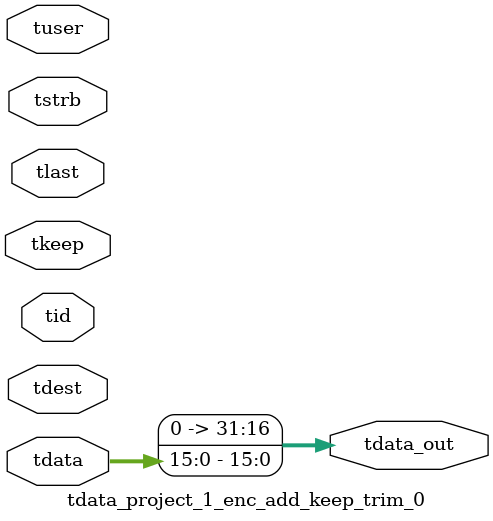
<source format=v>


`timescale 1ps/1ps

module tdata_project_1_enc_add_keep_trim_0 #
(
parameter C_S_AXIS_TDATA_WIDTH = 32,
parameter C_S_AXIS_TUSER_WIDTH = 0,
parameter C_S_AXIS_TID_WIDTH   = 0,
parameter C_S_AXIS_TDEST_WIDTH = 0,
parameter C_M_AXIS_TDATA_WIDTH = 32
)
(
input  [(C_S_AXIS_TDATA_WIDTH == 0 ? 1 : C_S_AXIS_TDATA_WIDTH)-1:0     ] tdata,
input  [(C_S_AXIS_TUSER_WIDTH == 0 ? 1 : C_S_AXIS_TUSER_WIDTH)-1:0     ] tuser,
input  [(C_S_AXIS_TID_WIDTH   == 0 ? 1 : C_S_AXIS_TID_WIDTH)-1:0       ] tid,
input  [(C_S_AXIS_TDEST_WIDTH == 0 ? 1 : C_S_AXIS_TDEST_WIDTH)-1:0     ] tdest,
input  [(C_S_AXIS_TDATA_WIDTH/8)-1:0 ] tkeep,
input  [(C_S_AXIS_TDATA_WIDTH/8)-1:0 ] tstrb,
input                                                                    tlast,
output [C_M_AXIS_TDATA_WIDTH-1:0] tdata_out
);

assign tdata_out = {tdata[15:0]};

endmodule


</source>
